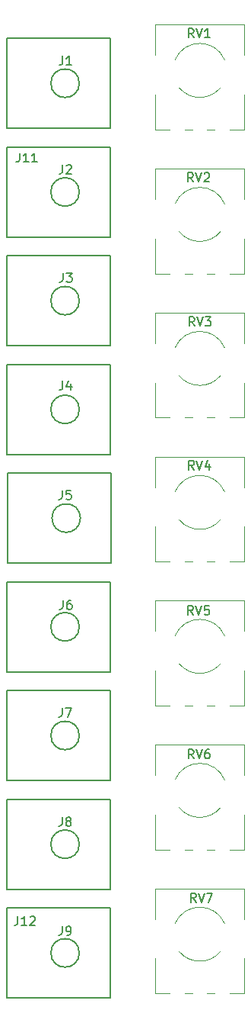
<source format=gbr>
G04 #@! TF.GenerationSoftware,KiCad,Pcbnew,(5.0.0-rc2-47-g52fceb3)*
G04 #@! TF.CreationDate,2018-07-16T10:42:13-05:00*
G04 #@! TF.ProjectId,nearness,6E6561726E6573732E6B696361645F70,rev?*
G04 #@! TF.SameCoordinates,Original*
G04 #@! TF.FileFunction,Legend,Top*
G04 #@! TF.FilePolarity,Positive*
%FSLAX46Y46*%
G04 Gerber Fmt 4.6, Leading zero omitted, Abs format (unit mm)*
G04 Created by KiCad (PCBNEW (5.0.0-rc2-47-g52fceb3)) date Monday, July 16, 2018 at 10:42:13 AM*
%MOMM*%
%LPD*%
G01*
G04 APERTURE LIST*
%ADD10C,0.120000*%
%ADD11C,0.150000*%
G04 APERTURE END LIST*
D10*
G04 #@! TO.C,RV1*
X19739468Y-4142398D02*
G75*
G02X25263900Y-4141380I2762432J-1171982D01*
G01*
X24799653Y-7242675D02*
G75*
G02X20203900Y-7242380I-2297753J1928295D01*
G01*
X17540900Y-11874380D02*
X17540900Y-8008380D01*
X17540900Y-3619380D02*
X17540900Y-249000D01*
X27461900Y-11874380D02*
X27461900Y-8008380D01*
X27461900Y-3619380D02*
X27461900Y-249000D01*
X17540900Y-11874380D02*
X19176900Y-11874380D01*
X20826900Y-11874380D02*
X21676900Y-11874380D01*
X23326900Y-11874380D02*
X24176900Y-11874380D01*
X25826900Y-11874380D02*
X27461900Y-11874380D01*
X17540900Y-249000D02*
X27461900Y-249000D01*
G04 #@! TO.C,RV2*
X19739468Y-20123398D02*
G75*
G02X25263900Y-20122380I2762432J-1171982D01*
G01*
X24799653Y-23223675D02*
G75*
G02X20203900Y-23223380I-2297753J1928295D01*
G01*
X17540900Y-27855380D02*
X17540900Y-23989380D01*
X17540900Y-19600380D02*
X17540900Y-16230000D01*
X27461900Y-27855380D02*
X27461900Y-23989380D01*
X27461900Y-19600380D02*
X27461900Y-16230000D01*
X17540900Y-27855380D02*
X19176900Y-27855380D01*
X20826900Y-27855380D02*
X21676900Y-27855380D01*
X23326900Y-27855380D02*
X24176900Y-27855380D01*
X25826900Y-27855380D02*
X27461900Y-27855380D01*
X17540900Y-16230000D02*
X27461900Y-16230000D01*
G04 #@! TO.C,RV3*
X19739468Y-36104398D02*
G75*
G02X25263900Y-36103380I2762432J-1171982D01*
G01*
X24799653Y-39204675D02*
G75*
G02X20203900Y-39204380I-2297753J1928295D01*
G01*
X17540900Y-43836380D02*
X17540900Y-39970380D01*
X17540900Y-35581380D02*
X17540900Y-32211000D01*
X27461900Y-43836380D02*
X27461900Y-39970380D01*
X27461900Y-35581380D02*
X27461900Y-32211000D01*
X17540900Y-43836380D02*
X19176900Y-43836380D01*
X20826900Y-43836380D02*
X21676900Y-43836380D01*
X23326900Y-43836380D02*
X24176900Y-43836380D01*
X25826900Y-43836380D02*
X27461900Y-43836380D01*
X17540900Y-32211000D02*
X27461900Y-32211000D01*
G04 #@! TO.C,RV4*
X19739468Y-52085398D02*
G75*
G02X25263900Y-52084380I2762432J-1171982D01*
G01*
X24799653Y-55185675D02*
G75*
G02X20203900Y-55185380I-2297753J1928295D01*
G01*
X17540900Y-59817380D02*
X17540900Y-55951380D01*
X17540900Y-51562380D02*
X17540900Y-48192000D01*
X27461900Y-59817380D02*
X27461900Y-55951380D01*
X27461900Y-51562380D02*
X27461900Y-48192000D01*
X17540900Y-59817380D02*
X19176900Y-59817380D01*
X20826900Y-59817380D02*
X21676900Y-59817380D01*
X23326900Y-59817380D02*
X24176900Y-59817380D01*
X25826900Y-59817380D02*
X27461900Y-59817380D01*
X17540900Y-48192000D02*
X27461900Y-48192000D01*
G04 #@! TO.C,RV5*
X19739468Y-68066398D02*
G75*
G02X25263900Y-68065380I2762432J-1171982D01*
G01*
X24799653Y-71166675D02*
G75*
G02X20203900Y-71166380I-2297753J1928295D01*
G01*
X17540900Y-75798380D02*
X17540900Y-71932380D01*
X17540900Y-67543380D02*
X17540900Y-64173000D01*
X27461900Y-75798380D02*
X27461900Y-71932380D01*
X27461900Y-67543380D02*
X27461900Y-64173000D01*
X17540900Y-75798380D02*
X19176900Y-75798380D01*
X20826900Y-75798380D02*
X21676900Y-75798380D01*
X23326900Y-75798380D02*
X24176900Y-75798380D01*
X25826900Y-75798380D02*
X27461900Y-75798380D01*
X17540900Y-64173000D02*
X27461900Y-64173000D01*
G04 #@! TO.C,RV6*
X19739468Y-84048398D02*
G75*
G02X25263900Y-84047380I2762432J-1171982D01*
G01*
X24799653Y-87148675D02*
G75*
G02X20203900Y-87148380I-2297753J1928295D01*
G01*
X17540900Y-91780380D02*
X17540900Y-87914380D01*
X17540900Y-83525380D02*
X17540900Y-80155000D01*
X27461900Y-91780380D02*
X27461900Y-87914380D01*
X27461900Y-83525380D02*
X27461900Y-80155000D01*
X17540900Y-91780380D02*
X19176900Y-91780380D01*
X20826900Y-91780380D02*
X21676900Y-91780380D01*
X23326900Y-91780380D02*
X24176900Y-91780380D01*
X25826900Y-91780380D02*
X27461900Y-91780380D01*
X17540900Y-80155000D02*
X27461900Y-80155000D01*
G04 #@! TO.C,RV7*
X19739468Y-100009398D02*
G75*
G02X25263900Y-100008380I2762432J-1171982D01*
G01*
X24799653Y-103109675D02*
G75*
G02X20203900Y-103109380I-2297753J1928295D01*
G01*
X17540900Y-107741380D02*
X17540900Y-103875380D01*
X17540900Y-99486380D02*
X17540900Y-96116000D01*
X27461900Y-107741380D02*
X27461900Y-103875380D01*
X27461900Y-99486380D02*
X27461900Y-96116000D01*
X17540900Y-107741380D02*
X19176900Y-107741380D01*
X20826900Y-107741380D02*
X21676900Y-107741380D01*
X23326900Y-107741380D02*
X24176900Y-107741380D01*
X25826900Y-107741380D02*
X27461900Y-107741380D01*
X17540900Y-96116000D02*
X27461900Y-96116000D01*
D11*
G04 #@! TO.C,J6*
X1000000Y-72065000D02*
X12500000Y-72065000D01*
X12500000Y-72065000D02*
X12500000Y-62065000D01*
X12500000Y-62065000D02*
X1000000Y-62065000D01*
X1000000Y-62065000D02*
X1000000Y-72065000D01*
X9081139Y-67065000D02*
G75*
G03X9081139Y-67065000I-1581139J0D01*
G01*
G04 #@! TO.C,J5*
X1122000Y-60000000D02*
X12622000Y-60000000D01*
X12622000Y-60000000D02*
X12622000Y-50000000D01*
X12622000Y-50000000D02*
X1122000Y-50000000D01*
X1122000Y-50000000D02*
X1122000Y-60000000D01*
X9203139Y-55000000D02*
G75*
G03X9203139Y-55000000I-1581139J0D01*
G01*
G04 #@! TO.C,J4*
X1000000Y-47935000D02*
X12500000Y-47935000D01*
X12500000Y-47935000D02*
X12500000Y-37935000D01*
X12500000Y-37935000D02*
X1000000Y-37935000D01*
X1000000Y-37935000D02*
X1000000Y-47935000D01*
X9081139Y-42935000D02*
G75*
G03X9081139Y-42935000I-1581139J0D01*
G01*
G04 #@! TO.C,J3*
X1000000Y-35870000D02*
X12500000Y-35870000D01*
X12500000Y-35870000D02*
X12500000Y-25870000D01*
X12500000Y-25870000D02*
X1000000Y-25870000D01*
X1000000Y-25870000D02*
X1000000Y-35870000D01*
X9081139Y-30870000D02*
G75*
G03X9081139Y-30870000I-1581139J0D01*
G01*
G04 #@! TO.C,J2*
X1000000Y-23805000D02*
X12500000Y-23805000D01*
X12500000Y-23805000D02*
X12500000Y-13805000D01*
X12500000Y-13805000D02*
X1000000Y-13805000D01*
X1000000Y-13805000D02*
X1000000Y-23805000D01*
X9081139Y-18805000D02*
G75*
G03X9081139Y-18805000I-1581139J0D01*
G01*
G04 #@! TO.C,J1*
X1000000Y-11740000D02*
X12500000Y-11740000D01*
X12500000Y-11740000D02*
X12500000Y-1740000D01*
X12500000Y-1740000D02*
X1000000Y-1740000D01*
X1000000Y-1740000D02*
X1000000Y-11740000D01*
X9081139Y-6740000D02*
G75*
G03X9081139Y-6740000I-1581139J0D01*
G01*
G04 #@! TO.C,J7*
X1000000Y-84130000D02*
X12500000Y-84130000D01*
X12500000Y-84130000D02*
X12500000Y-74130000D01*
X12500000Y-74130000D02*
X1000000Y-74130000D01*
X1000000Y-74130000D02*
X1000000Y-84130000D01*
X9081139Y-79130000D02*
G75*
G03X9081139Y-79130000I-1581139J0D01*
G01*
G04 #@! TO.C,J8*
X1000000Y-96195000D02*
X12500000Y-96195000D01*
X12500000Y-96195000D02*
X12500000Y-86195000D01*
X12500000Y-86195000D02*
X1000000Y-86195000D01*
X1000000Y-86195000D02*
X1000000Y-96195000D01*
X9081139Y-91195000D02*
G75*
G03X9081139Y-91195000I-1581139J0D01*
G01*
G04 #@! TO.C,J9*
X1000000Y-108260000D02*
X12500000Y-108260000D01*
X12500000Y-108260000D02*
X12500000Y-98260000D01*
X12500000Y-98260000D02*
X1000000Y-98260000D01*
X1000000Y-98260000D02*
X1000000Y-108260000D01*
X9081139Y-103260000D02*
G75*
G03X9081139Y-103260000I-1581139J0D01*
G01*
G04 #@! TO.C,RV1*
X21807561Y-1671580D02*
X21474228Y-1195390D01*
X21236133Y-1671580D02*
X21236133Y-671580D01*
X21617085Y-671580D01*
X21712323Y-719200D01*
X21759942Y-766819D01*
X21807561Y-862057D01*
X21807561Y-1004914D01*
X21759942Y-1100152D01*
X21712323Y-1147771D01*
X21617085Y-1195390D01*
X21236133Y-1195390D01*
X22093276Y-671580D02*
X22426609Y-1671580D01*
X22759942Y-671580D01*
X23617085Y-1671580D02*
X23045657Y-1671580D01*
X23331371Y-1671580D02*
X23331371Y-671580D01*
X23236133Y-814438D01*
X23140895Y-909676D01*
X23045657Y-957295D01*
G04 #@! TO.C,RV2*
X21756761Y-17673580D02*
X21423428Y-17197390D01*
X21185333Y-17673580D02*
X21185333Y-16673580D01*
X21566285Y-16673580D01*
X21661523Y-16721200D01*
X21709142Y-16768819D01*
X21756761Y-16864057D01*
X21756761Y-17006914D01*
X21709142Y-17102152D01*
X21661523Y-17149771D01*
X21566285Y-17197390D01*
X21185333Y-17197390D01*
X22042476Y-16673580D02*
X22375809Y-17673580D01*
X22709142Y-16673580D01*
X22994857Y-16768819D02*
X23042476Y-16721200D01*
X23137714Y-16673580D01*
X23375809Y-16673580D01*
X23471047Y-16721200D01*
X23518666Y-16768819D01*
X23566285Y-16864057D01*
X23566285Y-16959295D01*
X23518666Y-17102152D01*
X22947238Y-17673580D01*
X23566285Y-17673580D01*
G04 #@! TO.C,RV3*
X21909161Y-33675580D02*
X21575828Y-33199390D01*
X21337733Y-33675580D02*
X21337733Y-32675580D01*
X21718685Y-32675580D01*
X21813923Y-32723200D01*
X21861542Y-32770819D01*
X21909161Y-32866057D01*
X21909161Y-33008914D01*
X21861542Y-33104152D01*
X21813923Y-33151771D01*
X21718685Y-33199390D01*
X21337733Y-33199390D01*
X22194876Y-32675580D02*
X22528209Y-33675580D01*
X22861542Y-32675580D01*
X23099638Y-32675580D02*
X23718685Y-32675580D01*
X23385352Y-33056533D01*
X23528209Y-33056533D01*
X23623447Y-33104152D01*
X23671066Y-33151771D01*
X23718685Y-33247009D01*
X23718685Y-33485104D01*
X23671066Y-33580342D01*
X23623447Y-33627961D01*
X23528209Y-33675580D01*
X23242495Y-33675580D01*
X23147257Y-33627961D01*
X23099638Y-33580342D01*
G04 #@! TO.C,RV4*
X21858361Y-49626780D02*
X21525028Y-49150590D01*
X21286933Y-49626780D02*
X21286933Y-48626780D01*
X21667885Y-48626780D01*
X21763123Y-48674400D01*
X21810742Y-48722019D01*
X21858361Y-48817257D01*
X21858361Y-48960114D01*
X21810742Y-49055352D01*
X21763123Y-49102971D01*
X21667885Y-49150590D01*
X21286933Y-49150590D01*
X22144076Y-48626780D02*
X22477409Y-49626780D01*
X22810742Y-48626780D01*
X23572647Y-48960114D02*
X23572647Y-49626780D01*
X23334552Y-48579161D02*
X23096457Y-49293447D01*
X23715504Y-49293447D01*
G04 #@! TO.C,RV5*
X21756761Y-65730380D02*
X21423428Y-65254190D01*
X21185333Y-65730380D02*
X21185333Y-64730380D01*
X21566285Y-64730380D01*
X21661523Y-64778000D01*
X21709142Y-64825619D01*
X21756761Y-64920857D01*
X21756761Y-65063714D01*
X21709142Y-65158952D01*
X21661523Y-65206571D01*
X21566285Y-65254190D01*
X21185333Y-65254190D01*
X22042476Y-64730380D02*
X22375809Y-65730380D01*
X22709142Y-64730380D01*
X23518666Y-64730380D02*
X23042476Y-64730380D01*
X22994857Y-65206571D01*
X23042476Y-65158952D01*
X23137714Y-65111333D01*
X23375809Y-65111333D01*
X23471047Y-65158952D01*
X23518666Y-65206571D01*
X23566285Y-65301809D01*
X23566285Y-65539904D01*
X23518666Y-65635142D01*
X23471047Y-65682761D01*
X23375809Y-65730380D01*
X23137714Y-65730380D01*
X23042476Y-65682761D01*
X22994857Y-65635142D01*
G04 #@! TO.C,RV6*
X21807561Y-81681580D02*
X21474228Y-81205390D01*
X21236133Y-81681580D02*
X21236133Y-80681580D01*
X21617085Y-80681580D01*
X21712323Y-80729200D01*
X21759942Y-80776819D01*
X21807561Y-80872057D01*
X21807561Y-81014914D01*
X21759942Y-81110152D01*
X21712323Y-81157771D01*
X21617085Y-81205390D01*
X21236133Y-81205390D01*
X22093276Y-80681580D02*
X22426609Y-81681580D01*
X22759942Y-80681580D01*
X23521847Y-80681580D02*
X23331371Y-80681580D01*
X23236133Y-80729200D01*
X23188514Y-80776819D01*
X23093276Y-80919676D01*
X23045657Y-81110152D01*
X23045657Y-81491104D01*
X23093276Y-81586342D01*
X23140895Y-81633961D01*
X23236133Y-81681580D01*
X23426609Y-81681580D01*
X23521847Y-81633961D01*
X23569466Y-81586342D01*
X23617085Y-81491104D01*
X23617085Y-81253009D01*
X23569466Y-81157771D01*
X23521847Y-81110152D01*
X23426609Y-81062533D01*
X23236133Y-81062533D01*
X23140895Y-81110152D01*
X23093276Y-81157771D01*
X23045657Y-81253009D01*
G04 #@! TO.C,RV7*
X22061561Y-97632780D02*
X21728228Y-97156590D01*
X21490133Y-97632780D02*
X21490133Y-96632780D01*
X21871085Y-96632780D01*
X21966323Y-96680400D01*
X22013942Y-96728019D01*
X22061561Y-96823257D01*
X22061561Y-96966114D01*
X22013942Y-97061352D01*
X21966323Y-97108971D01*
X21871085Y-97156590D01*
X21490133Y-97156590D01*
X22347276Y-96632780D02*
X22680609Y-97632780D01*
X23013942Y-96632780D01*
X23252038Y-96632780D02*
X23918704Y-96632780D01*
X23490133Y-97632780D01*
G04 #@! TO.C,J12*
X2241276Y-99183380D02*
X2241276Y-99897666D01*
X2193657Y-100040523D01*
X2098419Y-100135761D01*
X1955561Y-100183380D01*
X1860323Y-100183380D01*
X3241276Y-100183380D02*
X2669847Y-100183380D01*
X2955561Y-100183380D02*
X2955561Y-99183380D01*
X2860323Y-99326238D01*
X2765085Y-99421476D01*
X2669847Y-99469095D01*
X3622228Y-99278619D02*
X3669847Y-99231000D01*
X3765085Y-99183380D01*
X4003180Y-99183380D01*
X4098419Y-99231000D01*
X4146038Y-99278619D01*
X4193657Y-99373857D01*
X4193657Y-99469095D01*
X4146038Y-99611952D01*
X3574609Y-100183380D01*
X4193657Y-100183380D01*
G04 #@! TO.C,J11*
X2444476Y-14484380D02*
X2444476Y-15198666D01*
X2396857Y-15341523D01*
X2301619Y-15436761D01*
X2158761Y-15484380D01*
X2063523Y-15484380D01*
X3444476Y-15484380D02*
X2873047Y-15484380D01*
X3158761Y-15484380D02*
X3158761Y-14484380D01*
X3063523Y-14627238D01*
X2968285Y-14722476D01*
X2873047Y-14770095D01*
X4396857Y-15484380D02*
X3825428Y-15484380D01*
X4111142Y-15484380D02*
X4111142Y-14484380D01*
X4015904Y-14627238D01*
X3920666Y-14722476D01*
X3825428Y-14770095D01*
G04 #@! TO.C,J6*
X7266266Y-64120780D02*
X7266266Y-64835066D01*
X7218647Y-64977923D01*
X7123409Y-65073161D01*
X6980552Y-65120780D01*
X6885314Y-65120780D01*
X8171028Y-64120780D02*
X7980552Y-64120780D01*
X7885314Y-64168400D01*
X7837695Y-64216019D01*
X7742457Y-64358876D01*
X7694838Y-64549352D01*
X7694838Y-64930304D01*
X7742457Y-65025542D01*
X7790076Y-65073161D01*
X7885314Y-65120780D01*
X8075790Y-65120780D01*
X8171028Y-65073161D01*
X8218647Y-65025542D01*
X8266266Y-64930304D01*
X8266266Y-64692209D01*
X8218647Y-64596971D01*
X8171028Y-64549352D01*
X8075790Y-64501733D01*
X7885314Y-64501733D01*
X7790076Y-64549352D01*
X7742457Y-64596971D01*
X7694838Y-64692209D01*
G04 #@! TO.C,J5*
X7185066Y-51928780D02*
X7185066Y-52643066D01*
X7137447Y-52785923D01*
X7042209Y-52881161D01*
X6899352Y-52928780D01*
X6804114Y-52928780D01*
X8137447Y-51928780D02*
X7661257Y-51928780D01*
X7613638Y-52404971D01*
X7661257Y-52357352D01*
X7756495Y-52309733D01*
X7994590Y-52309733D01*
X8089828Y-52357352D01*
X8137447Y-52404971D01*
X8185066Y-52500209D01*
X8185066Y-52738304D01*
X8137447Y-52833542D01*
X8089828Y-52881161D01*
X7994590Y-52928780D01*
X7756495Y-52928780D01*
X7661257Y-52881161D01*
X7613638Y-52833542D01*
G04 #@! TO.C,J4*
X7215466Y-39787580D02*
X7215466Y-40501866D01*
X7167847Y-40644723D01*
X7072609Y-40739961D01*
X6929752Y-40787580D01*
X6834514Y-40787580D01*
X8120228Y-40120914D02*
X8120228Y-40787580D01*
X7882133Y-39739961D02*
X7644038Y-40454247D01*
X8263085Y-40454247D01*
G04 #@! TO.C,J3*
X7266266Y-27798780D02*
X7266266Y-28513066D01*
X7218647Y-28655923D01*
X7123409Y-28751161D01*
X6980552Y-28798780D01*
X6885314Y-28798780D01*
X7647219Y-27798780D02*
X8266266Y-27798780D01*
X7932933Y-28179733D01*
X8075790Y-28179733D01*
X8171028Y-28227352D01*
X8218647Y-28274971D01*
X8266266Y-28370209D01*
X8266266Y-28608304D01*
X8218647Y-28703542D01*
X8171028Y-28751161D01*
X8075790Y-28798780D01*
X7790076Y-28798780D01*
X7694838Y-28751161D01*
X7647219Y-28703542D01*
G04 #@! TO.C,J2*
X7215466Y-15809980D02*
X7215466Y-16524266D01*
X7167847Y-16667123D01*
X7072609Y-16762361D01*
X6929752Y-16809980D01*
X6834514Y-16809980D01*
X7644038Y-15905219D02*
X7691657Y-15857600D01*
X7786895Y-15809980D01*
X8024990Y-15809980D01*
X8120228Y-15857600D01*
X8167847Y-15905219D01*
X8215466Y-16000457D01*
X8215466Y-16095695D01*
X8167847Y-16238552D01*
X7596419Y-16809980D01*
X8215466Y-16809980D01*
G04 #@! TO.C,J1*
X7215466Y-3719580D02*
X7215466Y-4433866D01*
X7167847Y-4576723D01*
X7072609Y-4671961D01*
X6929752Y-4719580D01*
X6834514Y-4719580D01*
X8215466Y-4719580D02*
X7644038Y-4719580D01*
X7929752Y-4719580D02*
X7929752Y-3719580D01*
X7834514Y-3862438D01*
X7739276Y-3957676D01*
X7644038Y-4005295D01*
G04 #@! TO.C,J7*
X7164666Y-76058780D02*
X7164666Y-76773066D01*
X7117047Y-76915923D01*
X7021809Y-77011161D01*
X6878952Y-77058780D01*
X6783714Y-77058780D01*
X7545619Y-76058780D02*
X8212285Y-76058780D01*
X7783714Y-77058780D01*
G04 #@! TO.C,J8*
X7164666Y-88199980D02*
X7164666Y-88914266D01*
X7117047Y-89057123D01*
X7021809Y-89152361D01*
X6878952Y-89199980D01*
X6783714Y-89199980D01*
X7783714Y-88628552D02*
X7688476Y-88580933D01*
X7640857Y-88533314D01*
X7593238Y-88438076D01*
X7593238Y-88390457D01*
X7640857Y-88295219D01*
X7688476Y-88247600D01*
X7783714Y-88199980D01*
X7974190Y-88199980D01*
X8069428Y-88247600D01*
X8117047Y-88295219D01*
X8164666Y-88390457D01*
X8164666Y-88438076D01*
X8117047Y-88533314D01*
X8069428Y-88580933D01*
X7974190Y-88628552D01*
X7783714Y-88628552D01*
X7688476Y-88676171D01*
X7640857Y-88723790D01*
X7593238Y-88819028D01*
X7593238Y-89009504D01*
X7640857Y-89104742D01*
X7688476Y-89152361D01*
X7783714Y-89199980D01*
X7974190Y-89199980D01*
X8069428Y-89152361D01*
X8117047Y-89104742D01*
X8164666Y-89009504D01*
X8164666Y-88819028D01*
X8117047Y-88723790D01*
X8069428Y-88676171D01*
X7974190Y-88628552D01*
G04 #@! TO.C,J9*
X7164666Y-100290380D02*
X7164666Y-101004666D01*
X7117047Y-101147523D01*
X7021809Y-101242761D01*
X6878952Y-101290380D01*
X6783714Y-101290380D01*
X7688476Y-101290380D02*
X7878952Y-101290380D01*
X7974190Y-101242761D01*
X8021809Y-101195142D01*
X8117047Y-101052285D01*
X8164666Y-100861809D01*
X8164666Y-100480857D01*
X8117047Y-100385619D01*
X8069428Y-100338000D01*
X7974190Y-100290380D01*
X7783714Y-100290380D01*
X7688476Y-100338000D01*
X7640857Y-100385619D01*
X7593238Y-100480857D01*
X7593238Y-100718952D01*
X7640857Y-100814190D01*
X7688476Y-100861809D01*
X7783714Y-100909428D01*
X7974190Y-100909428D01*
X8069428Y-100861809D01*
X8117047Y-100814190D01*
X8164666Y-100718952D01*
G04 #@! TD*
M02*

</source>
